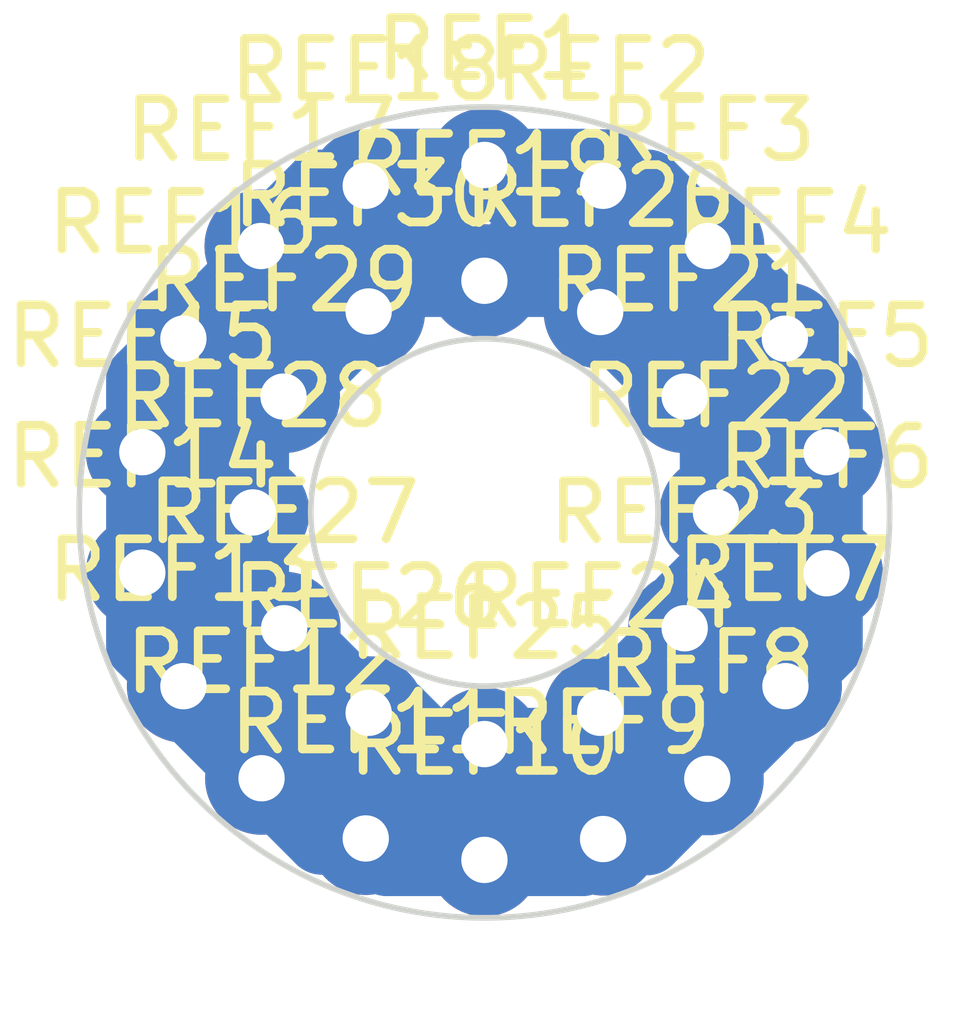
<source format=kicad_pcb>
(kicad_pcb (version 20211014) (generator pcbnew)
  (layers (0 "F.Cu" signal) (31 "B.Cu" signal) (34 "B.Paste" user) (35 "F.Paste" user) (36 "B.SilkS" user "B.Silkscreen") (37 "F.SilkS" user "F.Silkscreen") (38 "B.Mask" user) (39 "F.Mask" user) (44 "Edge.Cuts" user))
  (net 0 "")
  (net 1 "Net-(REF26-Pad1)")
  (footprint "1024_dry_electrodes:CPA_1" (layer "F.Cu") (at 5.91 -1.04)
    (fp_text reference "REF5" (at 0 -2) (layer "F.SilkS"))
    (fp_text value "CPA_1")
    (pad "1" thru_hole oval (at 0 0) (size 1.95 1.95) (drill 0.8) (layers *.Cu *.Mask) (net 1 "Net-(REF26-Pad1)"))
  )
  (footprint "1024_dry_electrodes:CPA_1" (layer "F.Cu") (at -2.05 5.63)
    (fp_text reference "REF11" (at 0 -2) (layer "F.SilkS"))
    (fp_text value "CPA_1")
    (pad "1" thru_hole oval (at 0 0) (size 1.95 1.95) (drill 0.8) (layers *.Cu *.Mask) (net 1 "Net-(REF26-Pad1)"))
  )
  (footprint "1024_dry_electrodes:CPA_1" (layer "F.Cu") (at 3.46 -2)
    (fp_text reference "REF21" (at 0 -2) (layer "F.SilkS"))
    (fp_text value "CPA_1")
    (pad "1" thru_hole oval (at 0 0) (size 1.95 1.95) (drill 0.8) (layers *.Cu *.Mask) (net 1 "Net-(REF26-Pad1)"))
  )
  (footprint "1024_dry_electrodes:CPA_1" (layer "F.Cu") (at 2.05 5.64)
    (fp_text reference "REF9" (at 0 -2) (layer "F.SilkS"))
    (fp_text value "CPA_1")
    (pad "1" thru_hole oval (at 0 0) (size 1.95 1.95) (drill 0.8) (layers *.Cu *.Mask) (net 1 "Net-(REF26-Pad1)"))
  )
  (footprint "1024_dry_electrodes:CPA_1" (layer "F.Cu") (at 2 3.46)
    (fp_text reference "REF24" (at 0 -2) (layer "F.SilkS"))
    (fp_text value "CPA_1")
    (pad "1" thru_hole oval (at 0 0) (size 1.95 1.95) (drill 0.8) (layers *.Cu *.Mask) (net 1 "Net-(REF26-Pad1)"))
  )
  (footprint "1024_dry_electrodes:CPA_1" (layer "F.Cu") (at 5.19 -3)
    (fp_text reference "REF4" (at 0 -2) (layer "F.SilkS"))
    (fp_text value "CPA_1")
    (pad "1" thru_hole oval (at 0 0) (size 1.95 1.95) (drill 0.8) (layers *.Cu *.Mask) (net 1 "Net-(REF26-Pad1)"))
  )
  (footprint "1024_dry_electrodes:CPA_1" (layer "F.Cu") (at 3.86 -4.6)
    (fp_text reference "REF3" (at 0 -2) (layer "F.SilkS"))
    (fp_text value "CPA_1")
    (pad "1" thru_hole oval (at 0 0) (size 1.95 1.95) (drill 0.8) (layers *.Cu *.Mask) (net 1 "Net-(REF26-Pad1)"))
  )
  (footprint "1024_dry_electrodes:CPA_1" (layer "F.Cu") (at -3.47 -2)
    (fp_text reference "REF29" (at 0 -2) (layer "F.SilkS"))
    (fp_text value "CPA_1")
    (pad "1" thru_hole oval (at 0 0) (size 1.95 1.95) (drill 0.8) (layers *.Cu *.Mask) (net 1 "Net-(REF26-Pad1)"))
  )
  (footprint "1024_dry_electrodes:CPA_1" (layer "F.Cu") (at -2 3.46)
    (fp_text reference "REF26" (at 0 -2) (layer "F.SilkS"))
    (fp_text value "CPA_1")
    (pad "1" thru_hole oval (at 0 0) (size 1.95 1.95) (drill 0.8) (layers *.Cu *.Mask) (net 1 "Net-(REF26-Pad1)"))
  )
  (footprint "1024_dry_electrodes:CPA_1" (layer "F.Cu") (at 2.05 -5.64)
    (fp_text reference "REF2" (at 0 -2) (layer "F.SilkS"))
    (fp_text value "CPA_1")
    (pad "1" thru_hole oval (at 0 0) (size 1.95 1.95) (drill 0.8) (layers *.Cu *.Mask) (net 1 "Net-(REF26-Pad1)"))
  )
  (footprint "1024_dry_electrodes:CPA_1" (layer "F.Cu") (at -2 -3.47)
    (fp_text reference "REF30" (at 0 -2) (layer "F.SilkS"))
    (fp_text value "CPA_1")
    (pad "1" thru_hole oval (at 0 0) (size 1.95 1.95) (drill 0.8) (layers *.Cu *.Mask) (net 1 "Net-(REF26-Pad1)"))
  )
  (footprint "1024_dry_electrodes:CPA_1" (layer "F.Cu") (at -3.86 -4.6)
    (fp_text reference "REF17" (at 0 -2) (layer "F.SilkS"))
    (fp_text value "CPA_1")
    (pad "1" thru_hole oval (at 0 0) (size 1.95 1.95) (drill 0.8) (layers *.Cu *.Mask) (net 1 "Net-(REF26-Pad1)"))
  )
  (footprint "1024_dry_electrodes:CPA_1" (layer "F.Cu") (at -5.2 3)
    (fp_text reference "REF13" (at 0 -2) (layer "F.SilkS"))
    (fp_text value "CPA_1")
    (pad "1" thru_hole oval (at 0 0) (size 1.95 1.95) (drill 0.8) (layers *.Cu *.Mask) (net 1 "Net-(REF26-Pad1)"))
  )
  (footprint "1024_dry_electrodes:CPA_1" (layer "F.Cu") (at -3.85 4.59)
    (fp_text reference "REF12" (at 0 -2) (layer "F.SilkS"))
    (fp_text value "CPA_1")
    (pad "1" thru_hole oval (at 0 0) (size 1.95 1.95) (drill 0.8) (layers *.Cu *.Mask) (net 1 "Net-(REF26-Pad1)"))
  )
  (footprint "1024_dry_electrodes:CPA_1" (layer "F.Cu") (at 0 -6)
    (fp_text reference "REF1" (at 0 -2) (layer "F.SilkS"))
    (fp_text value "CPA_1")
    (pad "1" thru_hole oval (at 0 0) (size 1.95 1.95) (drill 0.8) (layers *.Cu *.Mask) (net 1 "Net-(REF26-Pad1)"))
  )
  (footprint "1024_dry_electrodes:CPA_1" (layer "F.Cu") (at 5.2 3)
    (fp_text reference "REF7" (at 0 -2) (layer "F.SilkS"))
    (fp_text value "CPA_1")
    (pad "1" thru_hole oval (at 0 0) (size 1.95 1.95) (drill 0.8) (layers *.Cu *.Mask) (net 1 "Net-(REF26-Pad1)"))
  )
  (footprint "1024_dry_electrodes:CPA_1" (layer "F.Cu") (at -5.2 -3)
    (fp_text reference "REF16" (at 0 -2) (layer "F.SilkS"))
    (fp_text value "CPA_1")
    (pad "1" thru_hole oval (at 0 0) (size 1.95 1.95) (drill 0.8) (layers *.Cu *.Mask) (net 1 "Net-(REF26-Pad1)"))
  )
  (footprint "1024_dry_electrodes:CPA_1" (layer "F.Cu") (at 0 6)
    (fp_text reference "REF10" (at 0 -2) (layer "F.SilkS"))
    (fp_text value "CPA_1")
    (pad "1" thru_hole oval (at 0 0) (size 1.95 1.95) (drill 0.8) (layers *.Cu *.Mask) (net 1 "Net-(REF26-Pad1)"))
  )
  (footprint "1024_dry_electrodes:CPA_1" (layer "F.Cu") (at 3.46 2)
    (fp_text reference "REF23" (at 0 -2) (layer "F.SilkS"))
    (fp_text value "CPA_1")
    (pad "1" thru_hole oval (at 0 0) (size 1.95 1.95) (drill 0.8) (layers *.Cu *.Mask) (net 1 "Net-(REF26-Pad1)"))
  )
  (footprint "1024_dry_electrodes:CPA_1" (layer "F.Cu") (at 4 0)
    (fp_text reference "REF22" (at 0 -2) (layer "F.SilkS"))
    (fp_text value "CPA_1")
    (pad "1" thru_hole oval (at 0 0) (size 1.95 1.95) (drill 0.8) (layers *.Cu *.Mask) (net 1 "Net-(REF26-Pad1)"))
  )
  (footprint "1024_dry_electrodes:CPA_1" (layer "F.Cu") (at 0 4)
    (fp_text reference "REF25" (at 0 -2) (layer "F.SilkS"))
    (fp_text value "CPA_1")
    (pad "1" thru_hole oval (at 0 0) (size 1.95 1.95) (drill 0.8) (layers *.Cu *.Mask) (net 1 "Net-(REF26-Pad1)"))
  )
  (footprint "1024_dry_electrodes:CPA_1" (layer "F.Cu") (at -4 0)
    (fp_text reference "REF28" (at 0 -2) (layer "F.SilkS"))
    (fp_text value "CPA_1")
    (pad "1" thru_hole oval (at 0 0) (size 1.95 1.95) (drill 0.8) (layers *.Cu *.Mask) (net 1 "Net-(REF26-Pad1)"))
  )
  (footprint "1024_dry_electrodes:CPA_1" (layer "F.Cu") (at -3.46 2)
    (fp_text reference "REF27" (at 0 -2) (layer "F.SilkS"))
    (fp_text value "CPA_1")
    (pad "1" thru_hole oval (at 0 0) (size 1.95 1.95) (drill 0.8) (layers *.Cu *.Mask) (net 1 "Net-(REF26-Pad1)"))
  )
  (footprint "1024_dry_electrodes:CPA_1" (layer "F.Cu") (at -5.91 1.04)
    (fp_text reference "REF14" (at 0 -2) (layer "F.SilkS"))
    (fp_text value "CPA_1")
    (pad "1" thru_hole oval (at 0 0) (size 1.95 1.95) (drill 0.8) (layers *.Cu *.Mask) (net 1 "Net-(REF26-Pad1)"))
  )
  (footprint "1024_dry_electrodes:CPA_1" (layer "F.Cu") (at 0 -4)
    (fp_text reference "REF19" (at 0 -2) (layer "F.SilkS"))
    (fp_text value "CPA_1")
    (pad "1" thru_hole oval (at 0 0) (size 1.95 1.95) (drill 0.8) (layers *.Cu *.Mask) (net 1 "Net-(REF26-Pad1)"))
  )
  (footprint "1024_dry_electrodes:CPA_1" (layer "F.Cu") (at -5.91 -1.04)
    (fp_text reference "REF15" (at 0 -2) (layer "F.SilkS"))
    (fp_text value "CPA_1")
    (pad "1" thru_hole oval (at 0 0) (size 1.95 1.95) (drill 0.8) (layers *.Cu *.Mask) (net 1 "Net-(REF26-Pad1)"))
  )
  (footprint "1024_dry_electrodes:CPA_1" (layer "F.Cu") (at -2.05 -5.64)
    (fp_text reference "REF18" (at 0 -2) (layer "F.SilkS"))
    (fp_text value "CPA_1")
    (pad "1" thru_hole oval (at 0 0) (size 1.95 1.95) (drill 0.8) (layers *.Cu *.Mask) (net 1 "Net-(REF26-Pad1)"))
  )
  (footprint "1024_dry_electrodes:CPA_1" (layer "F.Cu") (at 2 -3.46)
    (fp_text reference "REF20" (at 0 -2) (layer "F.SilkS"))
    (fp_text value "CPA_1")
    (pad "1" thru_hole oval (at 0 0) (size 1.95 1.95) (drill 0.8) (layers *.Cu *.Mask) (net 1 "Net-(REF26-Pad1)"))
  )
  (footprint "1024_dry_electrodes:CPA_1" (layer "F.Cu") (at 5.91 1.05)
    (fp_text reference "REF6" (at 0 -2) (layer "F.SilkS"))
    (fp_text value "CPA_1")
    (pad "1" thru_hole oval (at 0 0) (size 1.95 1.95) (drill 0.8) (layers *.Cu *.Mask) (net 1 "Net-(REF26-Pad1)"))
  )
  (footprint "1024_dry_electrodes:CPA_1" (layer "F.Cu") (at 3.85 4.6)
    (fp_text reference "REF8" (at 0 -2) (layer "F.SilkS"))
    (fp_text value "CPA_1")
    (pad "1" thru_hole oval (at 0 0) (size 1.95 1.95) (drill 0.8) (layers *.Cu *.Mask) (net 1 "Net-(REF26-Pad1)"))
  )
  (gr_circle (center 0 0) (end 7 0) (layer "Edge.Cuts") (width 0.1) (fill none))
  (gr_circle (center 0 0) (end 3 0) (layer "Edge.Cuts") (width 0.1) (fill none))
  (segment (start 4.74 3.46) (end 5.2 3) (width 1.25) (layer "B.Cu") (net 1))
  (segment (start -3.86 -4.6) (end -3.86 -4.34) (width 1.25) (layer "B.Cu") (net 1))
  (segment (start 2.82 -5.64) (end 3.86 -4.6) (width 1.25) (layer "B.Cu") (net 1))
  (segment (start -5.91 -1.04) (end -5.91 -2.29) (width 1.25) (layer "B.Cu") (net 1))
  (segment (start 2 -3.46) (end 2 -5.59) (width 1.25) (layer "B.Cu") (net 1))
  (segment (start 1.69 -6) (end 2.05 -5.64) (width 1.25) (layer "B.Cu") (net 1))
  (segment (start -5.2 3.24) (end -3.85 4.59) (width 1.25) (layer "B.Cu") (net 1))
  (segment (start -4 -1.47) (end -3.47 -2) (width 1.25) (layer "B.Cu") (net 1))
  (segment (start 3.46 2) (end 3.46 1.54) (width 1.25) (layer "B.Cu") (net 1))
  (segment (start -3.47 -2) (end -4.95 -2) (width 1.25) (layer "B.Cu") (net 1))
  (segment (start 5.19 -3) (end 2.46 -3) (width 1.25) (layer "B.Cu") (net 1))
  (segment (start -4.2 2) (end -5.2 3) (width 1.25) (layer "B.Cu") (net 1))
  (segment (start -2.05 -3.52) (end -2 -3.47) (width 1.25) (layer "B.Cu") (net 1))
  (segment (start 0 -6) (end 1.69 -6) (width 1.25) (layer "B.Cu") (net 1))
  (segment (start 2.05 5.64) (end 1.64 5.64) (width 1.25) (layer "B.Cu") (net 1))
  (segment (start 0 5.46) (end 2 3.46) (width 1.25) (layer "B.Cu") (net 1))
  (segment (start -5.2 3) (end -5.2 3.24) (width 1.25) (layer "B.Cu") (net 1))
  (segment (start 5.91 1.05) (end 5.91 2.29) (width 1.25) (layer "B.Cu") (net 1))
  (segment (start -5.91 -1.04) (end -5.91 1.04) (width 1.25) (layer "B.Cu") (net 1))
  (segment (start -2.82 -5.64) (end -3.86 -4.6) (width 1.25) (layer "B.Cu") (net 1))
  (segment (start -3.46 2) (end -2 3.46) (width 1.25) (layer "B.Cu") (net 1))
  (segment (start -4.435 1.025) (end -4.435 -1.035) (width 1.25) (layer "B.Cu") (net 1))
  (segment (start -1.47 -4) (end -2 -3.47) (width 1.25) (layer "B.Cu") (net 1))
  (segment (start -3.86 -4.34) (end -5.2 -3) (width 1.25) (layer "B.Cu") (net 1))
  (segment (start 2 5.59) (end 2.05 5.64) (width 1.25) (layer "B.Cu") (net 1))
  (segment (start 3.46 -2) (end 4.95 -2) (width 1.25) (layer "B.Cu") (net 1))
  (segment (start 2.81 5.64) (end 3.85 4.6) (width 1.25) (layer "B.Cu") (net 1))
  (segment (start 4.86 0) (end 5.91 1.05) (width 1.25) (layer "B.Cu") (net 1))
  (segment (start -5.2 1.2) (end -4 0) (width 1.25) (layer "B.Cu") (net 1))
  (segment (start 3.46 4.21) (end 3.85 4.6) (width 1.25) (layer "B.Cu") (net 1))
  (segment (start 0 6) (end -1.68 6) (width 1.25) (layer "B.Cu") (net 1))
  (segment (start 5.2 3.25) (end 3.85 4.6) (width 1.25) (layer "B.Cu") (net 1))
  (segment (start 5.19 -3) (end 5.19 -1.19) (width 1.25) (layer "B.Cu") (net 1))
  (segment (start -5.04 -1.04) (end -4 0) (width 1.25) (layer "B.Cu") (net 1))
  (segment (start 3.46 1.54) (end 4 1) (width 1.25) (layer "B.Cu") (net 1))
  (segment (start 3.46 2) (end 4.96 2) (width 1.25) (layer "B.Cu") (net 1))
  (segment (start 1.64 5.64) (end 0 4) (width 1.25) (layer "B.Cu") (net 1))
  (segment (start 2 -5.59) (end 2.05 -5.64) (width 1.25) (layer "B.Cu") (net 1))
  (segment (start 5.2 3) (end 5.2 1.2) (width 1.25) (layer "B.Cu") (net 1))
  (segment (start -5.91 1.04) (end -4.42 1.04) (width 1.25) (layer "B.Cu") (net 1))
  (segment (start 3.85 4.6) (end 3.14 4.6) (width 1.25) (layer "B.Cu") (net 1))
  (segment (start -2.46 3) (end -2 3.46) (width 1.25) (layer "B.Cu") (net 1))
  (segment (start -2.05 -5.64) (end -1.64 -5.64) (width 1.25) (layer "B.Cu") (net 1))
  (segment (start 2 -3.46) (end 2 -4) (width 1.25) (layer "B.Cu") (net 1))
  (segment (start 4 -1.46) (end 3.46 -2) (width 1.25) (layer "B.Cu") (net 1))
  (segment (start 4 0) (end 4.86 0) (width 1.25) (layer "B.Cu") (net 1))
  (segment (start -5.91 -2.29) (end -5.2 -3) (width 1.25) (layer "B.Cu") (net 1))
  (segment (start -2 -3.47) (end -2 -4) (width 1.25) (layer "B.Cu") (net 1))
  (segment (start -4 -1.47) (end -2 -3.47) (width 1.25) (layer "B.Cu") (net 1))
  (segment (start -1.54 3.46) (end -1 4) (width 1.25) (layer "B.Cu") (net 1))
  (segment (start -4 0) (end -4 1.46) (width 1.25) (layer "B.Cu") (net 1))
  (segment (start -3.85 4.59) (end -0.59 4.59) (width 1.25) (layer "B.Cu") (net 1))
  (segment (start -3.86 -2.39) (end -3.47 -2) (width 1.25) (layer "B.Cu") (net 1))
  (segment (start -2 3.46) (end -1.54 3.46) (width 1.25) (layer "B.Cu") (net 1))
  (segment (start 1.46 4) (end 0 4) (width 1.25) (layer "B.Cu") (net 1))
  (segment (start -2.73 -3.47) (end -3.86 -4.6) (width 1.25) (layer "B.Cu") (net 1))
  (segment (start -5.91 2.29) (end -5.2 3) (width 1.25) (layer "B.Cu") (net 1))
  (segment (start -0.59 4.59) (end 0 4) (width 1.25) (layer "B.Cu") (net 1))
  (segment (start -3.47 -2) (end -1.47 -4) (width 1.25) (layer "B.Cu") (net 1))
  (segment (start -4.2 -2) (end -5.2 -3) (width 1.25) (layer "B.Cu") (net 1))
  (segment (start 4 1.46) (end 3.46 2) (width 1.25) (layer "B.Cu") (net 1))
  (segment (start 5.91 -1.04) (end 5.91 -2.28) (width 1.25) (layer "B.Cu") (net 1))
  (segment (start -4.42 1.04) (end -3.46 2) (width 1.25) (layer "B.Cu") (net 1))
  (segment (start -3.47 -2) (end -3.47 -4.22) (width 1.25) (layer "B.Cu") (net 1))
  (segment (start 4 -1.46) (end 2 -3.46) (width 1.25) (layer "B.Cu") (net 1))
  (segment (start -2.72 3.46) (end -3.85 4.59) (width 1.25) (layer "B.Cu") (net 1))
  (segment (start -2.05 5.63) (end -2.81 5.63) (width 1.25) (layer "B.Cu") (net 1))
  (segment (start -4 0) (end -4 -1.47) (width 1.25) (layer "B.Cu") (net 1))
  (segment (start 4 0) (end 4 1.46) (width 1.25) (layer "B.Cu") (net 1))
  (segment (start 2.05 -5.64) (end 1.64 -5.64) (width 1.25) (layer "B.Cu") (net 1))
  (segment (start -3.47 -2) (end -4.2 -2) (width 1.25) (layer "B.Cu") (net 1))
  (segment (start -5.91 -1.04) (end -5.04 -1.04) (width 1.25) (layer "B.Cu") (net 1))
  (segment (start -3.86 -4.6) (end -3.86 -2.39) (width 1.25) (layer "B.Cu") (net 1))
  (segment (start -4 1.46) (end -3.46 2) (width 1.25) (layer "B.Cu") (net 1))
  (segment (start 3.46 2) (end 4.2 2) (width 1.25) (layer "B.Cu") (net 1))
  (segment (start -2 -3.47) (end -3.47 -2) (width 1.25) (layer "B.Cu") (net 1))
  (segment (start 1.46 4) (end 2 3.46) (width 1.25) (layer "B.Cu") (net 1))
  (segment (start 0 -4) (end 1.46 -4) (width 1.25) (layer "B.Cu") (net 1))
  (segment (start 2 3.46) (end 3.46 2) (width 1.25) (layer "B.Cu") (net 1))
  (segment (start -2 3.46) (end -2 4) (width 1.25) (layer "B.Cu") (net 1))
  (segment (start 2 -3.46) (end 2.72 -3.46) (width 1.25) (layer "B.Cu") (net 1))
  (segment (start 4.87 0) (end 5.91 -1.04) (width 1.25) (layer "B.Cu") (net 1))
  (segment (start 5.2 1.2) (end 4 0) (width 1.25) (layer "B.Cu") (net 1))
  (segment (start 2 3.46) (end 2 5.59) (width 1.25) (layer "B.Cu") (net 1))
  (segment (start 5.91 2.29) (end 5.2 3) (width 1.25) (layer "B.Cu") (net 1))
  (segment (start -2 -4) (end 0 -6) (width 1.25) (layer "B.Cu") (net 1))
  (segment (start -1.68 6) (end -2.05 5.63) (width 1.25) (layer "B.Cu") (net 1))
  (segment (start -2.05 3.51) (end -2 3.46) (width 1.25) (layer "B.Cu") (net 1))
  (segment (start -5.2 -1.2) (end -4 0) (width 1.25) (layer "B.Cu") (net 1))
  (segment (start 1.69 6) (end 2.05 5.64) (width 1.25) (layer "B.Cu") (net 1))
  (segment (start -3.47 -4.22) (end -2.05 -5.64) (width 1.25) (layer "B.Cu") (net 1))
  (segment (start 4.95 -2) (end 5.91 -1.04) (width 1.25) (layer "B.Cu") (net 1))
  (segment (start 1.46 -4) (end 2 -3.46) (width 1.25) (layer "B.Cu") (net 1))
  (segment (start -4.95 -2) (end -5.91 -1.04) (width 1.25) (layer "B.Cu") (net 1))
  (segment (start 3.46 2) (end 3.46 4.21) (width 1.25) (layer "B.Cu") (net 1))
  (segment (start 4 0) (end 4 -1.46) (width 1.25) (layer "B.Cu") (net 1))
  (segment (start 0 -6) (end -1.69 -6) (width 1.25) (layer "B.Cu") (net 1))
  (segment (start -2.81 5.63) (end -3.85 4.59) (width 1.25) (layer "B.Cu") (net 1))
  (segment (start 3.14 4.6) (end 2 3.46) (width 1.25) (layer "B.Cu") (net 1))
  (segment (start 3.46 -2) (end 3.46 -4.2) (width 1.25) (layer "B.Cu") (net 1))
  (segment (start 5.19 -1.19) (end 4 0) (width 1.25) (layer "B.Cu") (net 1))
  (segment (start 4.2 2) (end 5.2 3) (width 1.25) (layer "B.Cu") (net 1))
  (segment (start -2.05 3.41) (end -3.46 2) (width 1.25) (layer "B.Cu") (net 1))
  (segment (start -5.2 -3) (end -5.2 -1.2) (width 1.25) (layer "B.Cu") (net 1))
  (segment (start -2.05 5.63) (end -2.05 3.51) (width 1.25) (layer "B.Cu") (net 1))
  (segment (start -1.64 -5.64) (end 0 -4) (width 1.25) (layer "B.Cu") (net 1))
  (segment (start 3.46 2) (end 1.46 4) (width 1.25) (layer "B.Cu") (net 1))
  (segment (start -4.435 -1.035) (end -3.47 -2) (width 1.25) (layer "B.Cu") (net 1))
  (segment (start 5.19 -3.27) (end 3.86 -4.6) (width 1.25) (layer "B.Cu") (net 1))
  (segment (start 3.46 -2) (end 2 -3.46) (width 1.25) (layer "B.Cu") (net 1))
  (segment (start 3.46 -4.2) (end 3.86 -4.6) (width 1.25) (layer "B.Cu") (net 1))
  (segment (start -2.05 -5.64) (end -2.82 -5.64) (width 1.25) (layer "B.Cu") (net 1))
  (segment (start 5.91 1.05) (end 5.91 -1.04) (width 1.25) (layer "B.Cu") (net 1))
  (segment (start -5.2 3) (end -5.2 1.2) (width 1.25) (layer "B.Cu") (net 1))
  (segment (start -5.91 1.04) (end -5.91 2.29) (width 1.25) (layer "B.Cu") (net 1))
  (segment (start 5.91 -2.28) (end 5.19 -3) (width 1.25) (layer "B.Cu") (net 1))
  (segment (start -2.05 -5.64) (end -2.05 -3.52) (width 1.25) (layer "B.Cu") (net 1))
  (segment (start -1.47 -4) (end 0 -4) (width 1.25) (layer "B.Cu") (net 1))
  (segment (start -1.46 4) (end 0 4) (width 1.25) (layer "B.Cu") (net 1))
  (segment (start 0 6) (end 0 5.46) (width 1.25) (layer "B.Cu") (net 1))
  (segment (start 5.19 -3) (end 5.19 -3.27) (width 1.25) (layer "B.Cu") (net 1))
  (segment (start -2.05 5.63) (end -2.05 3.41) (width 1.25) (layer "B.Cu") (net 1))
  (segment (start 3.86 -4.6) (end 0.6 -4.6) (width 1.25) (layer "B.Cu") (net 1))
  (segment (start 4.96 2) (end 5.91 1.05) (width 1.25) (layer "B.Cu") (net 1))
  (segment (start 2.72 -3.46) (end 3.86 -4.6) (width 1.25) (layer "B.Cu") (net 1))
  (segment (start 1.64 -5.64) (end 0 -4) (width 1.25) (layer "B.Cu") (net 1))
  (segment (start -3.46 2) (end -4.435 1.025) (width 1.25) (layer "B.Cu") (net 1))
  (segment (start -2 4) (end 0 6) (width 1.25) (layer "B.Cu") (net 1))
  (segment (start 4 0) (end 4.87 0) (width 1.25) (layer "B.Cu") (net 1))
  (segment (start -5.2 3) (end -2.46 3) (width 1.25) (layer "B.Cu") (net 1))
  (segment (start 5.2 3) (end 5.2 3.25) (width 1.25) (layer "B.Cu") (net 1))
  (segment (start 2 -4) (end 0 -6) (width 1.25) (layer "B.Cu") (net 1))
  (segment (start 2.05 5.64) (end 2.81 5.64) (width 1.25) (layer "B.Cu") (net 1))
  (segment (start -1.69 -6) (end -2.05 -5.64) (width 1.25) (layer "B.Cu") (net 1))
  (segment (start 0.6 -4.6) (end 0 -4) (width 1.25) (layer "B.Cu") (net 1))
  (segment (start 0 6) (end 1.69 6) (width 1.25) (layer "B.Cu") (net 1))
  (segment (start -3.46 2) (end -4.2 2) (width 1.25) (layer "B.Cu") (net 1))
  (segment (start 2.05 -5.64) (end 2.82 -5.64) (width 1.25) (layer "B.Cu") (net 1))
  (segment (start -2 3.46) (end -1.46 4) (width 1.25) (layer "B.Cu") (net 1))
  (segment (start -4 0) (end -4.87 0) (width 1.25) (layer "B.Cu") (net 1))
  (segment (start 0 5.46) (end -2 3.46) (width 1.25) (layer "B.Cu") (net 1))
  (segment (start 2 3.46) (end 4.74 3.46) (width 1.25) (layer "B.Cu") (net 1))
  (segment (start 2.46 -3) (end 2 -3.46) (width 1.25) (layer "B.Cu") (net 1))
  (segment (start -2 3.46) (end -2.72 3.46) (width 1.25) (layer "B.Cu") (net 1))
  (segment (start -4.87 0) (end -5.91 1.04) (width 1.25) (layer "B.Cu") (net 1))
  (segment (start -2 -3.47) (end -2.73 -3.47) (width 1.25) (layer "B.Cu") (net 1))
)
</source>
